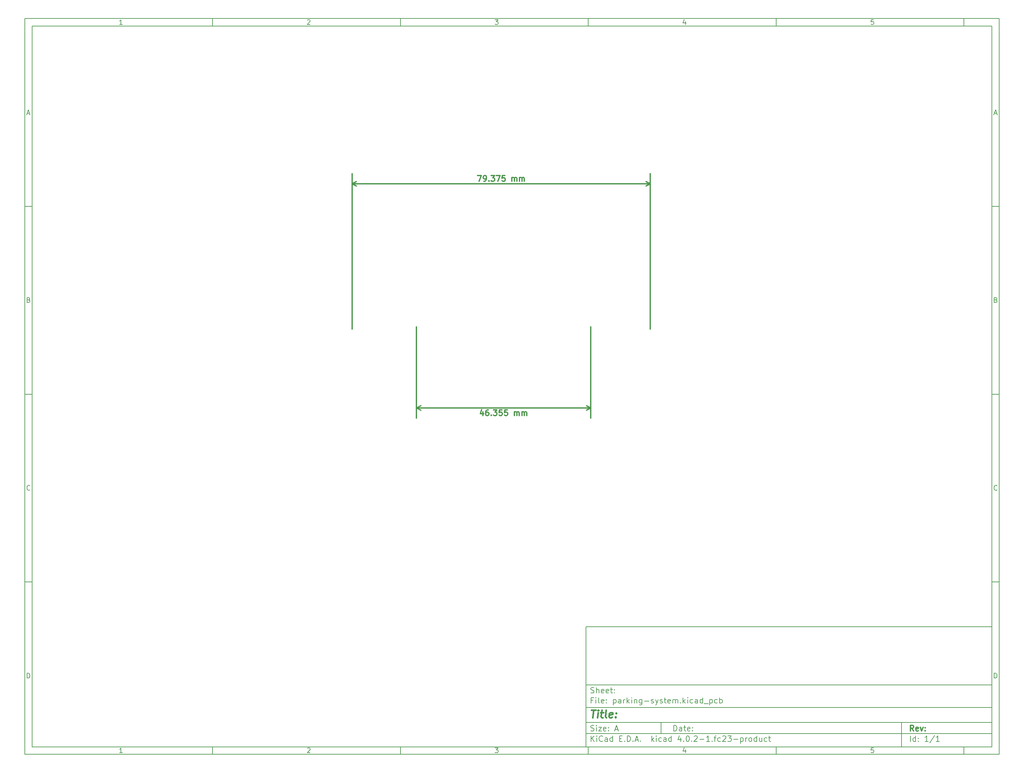
<source format=gbr>
G04 #@! TF.FileFunction,Other,Comment*
%FSLAX46Y46*%
G04 Gerber Fmt 4.6, Leading zero omitted, Abs format (unit mm)*
G04 Created by KiCad (PCBNEW 4.0.2-1.fc23-product) date Tue 29 Mar 2016 15:32:59 SAST*
%MOMM*%
G01*
G04 APERTURE LIST*
%ADD10C,0.100000*%
%ADD11C,0.150000*%
%ADD12C,0.300000*%
%ADD13C,0.400000*%
G04 APERTURE END LIST*
D10*
D11*
X159400000Y-171900000D02*
X159400000Y-203900000D01*
X267400000Y-203900000D01*
X267400000Y-171900000D01*
X159400000Y-171900000D01*
D10*
D11*
X10000000Y-10000000D02*
X10000000Y-205900000D01*
X269400000Y-205900000D01*
X269400000Y-10000000D01*
X10000000Y-10000000D01*
D10*
D11*
X12000000Y-12000000D02*
X12000000Y-203900000D01*
X267400000Y-203900000D01*
X267400000Y-12000000D01*
X12000000Y-12000000D01*
D10*
D11*
X60000000Y-12000000D02*
X60000000Y-10000000D01*
D10*
D11*
X110000000Y-12000000D02*
X110000000Y-10000000D01*
D10*
D11*
X160000000Y-12000000D02*
X160000000Y-10000000D01*
D10*
D11*
X210000000Y-12000000D02*
X210000000Y-10000000D01*
D10*
D11*
X260000000Y-12000000D02*
X260000000Y-10000000D01*
D10*
D11*
X35990476Y-11588095D02*
X35247619Y-11588095D01*
X35619048Y-11588095D02*
X35619048Y-10288095D01*
X35495238Y-10473810D01*
X35371429Y-10597619D01*
X35247619Y-10659524D01*
D10*
D11*
X85247619Y-10411905D02*
X85309524Y-10350000D01*
X85433333Y-10288095D01*
X85742857Y-10288095D01*
X85866667Y-10350000D01*
X85928571Y-10411905D01*
X85990476Y-10535714D01*
X85990476Y-10659524D01*
X85928571Y-10845238D01*
X85185714Y-11588095D01*
X85990476Y-11588095D01*
D10*
D11*
X135185714Y-10288095D02*
X135990476Y-10288095D01*
X135557143Y-10783333D01*
X135742857Y-10783333D01*
X135866667Y-10845238D01*
X135928571Y-10907143D01*
X135990476Y-11030952D01*
X135990476Y-11340476D01*
X135928571Y-11464286D01*
X135866667Y-11526190D01*
X135742857Y-11588095D01*
X135371429Y-11588095D01*
X135247619Y-11526190D01*
X135185714Y-11464286D01*
D10*
D11*
X185866667Y-10721429D02*
X185866667Y-11588095D01*
X185557143Y-10226190D02*
X185247619Y-11154762D01*
X186052381Y-11154762D01*
D10*
D11*
X235928571Y-10288095D02*
X235309524Y-10288095D01*
X235247619Y-10907143D01*
X235309524Y-10845238D01*
X235433333Y-10783333D01*
X235742857Y-10783333D01*
X235866667Y-10845238D01*
X235928571Y-10907143D01*
X235990476Y-11030952D01*
X235990476Y-11340476D01*
X235928571Y-11464286D01*
X235866667Y-11526190D01*
X235742857Y-11588095D01*
X235433333Y-11588095D01*
X235309524Y-11526190D01*
X235247619Y-11464286D01*
D10*
D11*
X60000000Y-203900000D02*
X60000000Y-205900000D01*
D10*
D11*
X110000000Y-203900000D02*
X110000000Y-205900000D01*
D10*
D11*
X160000000Y-203900000D02*
X160000000Y-205900000D01*
D10*
D11*
X210000000Y-203900000D02*
X210000000Y-205900000D01*
D10*
D11*
X260000000Y-203900000D02*
X260000000Y-205900000D01*
D10*
D11*
X35990476Y-205488095D02*
X35247619Y-205488095D01*
X35619048Y-205488095D02*
X35619048Y-204188095D01*
X35495238Y-204373810D01*
X35371429Y-204497619D01*
X35247619Y-204559524D01*
D10*
D11*
X85247619Y-204311905D02*
X85309524Y-204250000D01*
X85433333Y-204188095D01*
X85742857Y-204188095D01*
X85866667Y-204250000D01*
X85928571Y-204311905D01*
X85990476Y-204435714D01*
X85990476Y-204559524D01*
X85928571Y-204745238D01*
X85185714Y-205488095D01*
X85990476Y-205488095D01*
D10*
D11*
X135185714Y-204188095D02*
X135990476Y-204188095D01*
X135557143Y-204683333D01*
X135742857Y-204683333D01*
X135866667Y-204745238D01*
X135928571Y-204807143D01*
X135990476Y-204930952D01*
X135990476Y-205240476D01*
X135928571Y-205364286D01*
X135866667Y-205426190D01*
X135742857Y-205488095D01*
X135371429Y-205488095D01*
X135247619Y-205426190D01*
X135185714Y-205364286D01*
D10*
D11*
X185866667Y-204621429D02*
X185866667Y-205488095D01*
X185557143Y-204126190D02*
X185247619Y-205054762D01*
X186052381Y-205054762D01*
D10*
D11*
X235928571Y-204188095D02*
X235309524Y-204188095D01*
X235247619Y-204807143D01*
X235309524Y-204745238D01*
X235433333Y-204683333D01*
X235742857Y-204683333D01*
X235866667Y-204745238D01*
X235928571Y-204807143D01*
X235990476Y-204930952D01*
X235990476Y-205240476D01*
X235928571Y-205364286D01*
X235866667Y-205426190D01*
X235742857Y-205488095D01*
X235433333Y-205488095D01*
X235309524Y-205426190D01*
X235247619Y-205364286D01*
D10*
D11*
X10000000Y-60000000D02*
X12000000Y-60000000D01*
D10*
D11*
X10000000Y-110000000D02*
X12000000Y-110000000D01*
D10*
D11*
X10000000Y-160000000D02*
X12000000Y-160000000D01*
D10*
D11*
X10690476Y-35216667D02*
X11309524Y-35216667D01*
X10566667Y-35588095D02*
X11000000Y-34288095D01*
X11433333Y-35588095D01*
D10*
D11*
X11092857Y-84907143D02*
X11278571Y-84969048D01*
X11340476Y-85030952D01*
X11402381Y-85154762D01*
X11402381Y-85340476D01*
X11340476Y-85464286D01*
X11278571Y-85526190D01*
X11154762Y-85588095D01*
X10659524Y-85588095D01*
X10659524Y-84288095D01*
X11092857Y-84288095D01*
X11216667Y-84350000D01*
X11278571Y-84411905D01*
X11340476Y-84535714D01*
X11340476Y-84659524D01*
X11278571Y-84783333D01*
X11216667Y-84845238D01*
X11092857Y-84907143D01*
X10659524Y-84907143D01*
D10*
D11*
X11402381Y-135464286D02*
X11340476Y-135526190D01*
X11154762Y-135588095D01*
X11030952Y-135588095D01*
X10845238Y-135526190D01*
X10721429Y-135402381D01*
X10659524Y-135278571D01*
X10597619Y-135030952D01*
X10597619Y-134845238D01*
X10659524Y-134597619D01*
X10721429Y-134473810D01*
X10845238Y-134350000D01*
X11030952Y-134288095D01*
X11154762Y-134288095D01*
X11340476Y-134350000D01*
X11402381Y-134411905D01*
D10*
D11*
X10659524Y-185588095D02*
X10659524Y-184288095D01*
X10969048Y-184288095D01*
X11154762Y-184350000D01*
X11278571Y-184473810D01*
X11340476Y-184597619D01*
X11402381Y-184845238D01*
X11402381Y-185030952D01*
X11340476Y-185278571D01*
X11278571Y-185402381D01*
X11154762Y-185526190D01*
X10969048Y-185588095D01*
X10659524Y-185588095D01*
D10*
D11*
X269400000Y-60000000D02*
X267400000Y-60000000D01*
D10*
D11*
X269400000Y-110000000D02*
X267400000Y-110000000D01*
D10*
D11*
X269400000Y-160000000D02*
X267400000Y-160000000D01*
D10*
D11*
X268090476Y-35216667D02*
X268709524Y-35216667D01*
X267966667Y-35588095D02*
X268400000Y-34288095D01*
X268833333Y-35588095D01*
D10*
D11*
X268492857Y-84907143D02*
X268678571Y-84969048D01*
X268740476Y-85030952D01*
X268802381Y-85154762D01*
X268802381Y-85340476D01*
X268740476Y-85464286D01*
X268678571Y-85526190D01*
X268554762Y-85588095D01*
X268059524Y-85588095D01*
X268059524Y-84288095D01*
X268492857Y-84288095D01*
X268616667Y-84350000D01*
X268678571Y-84411905D01*
X268740476Y-84535714D01*
X268740476Y-84659524D01*
X268678571Y-84783333D01*
X268616667Y-84845238D01*
X268492857Y-84907143D01*
X268059524Y-84907143D01*
D10*
D11*
X268802381Y-135464286D02*
X268740476Y-135526190D01*
X268554762Y-135588095D01*
X268430952Y-135588095D01*
X268245238Y-135526190D01*
X268121429Y-135402381D01*
X268059524Y-135278571D01*
X267997619Y-135030952D01*
X267997619Y-134845238D01*
X268059524Y-134597619D01*
X268121429Y-134473810D01*
X268245238Y-134350000D01*
X268430952Y-134288095D01*
X268554762Y-134288095D01*
X268740476Y-134350000D01*
X268802381Y-134411905D01*
D10*
D11*
X268059524Y-185588095D02*
X268059524Y-184288095D01*
X268369048Y-184288095D01*
X268554762Y-184350000D01*
X268678571Y-184473810D01*
X268740476Y-184597619D01*
X268802381Y-184845238D01*
X268802381Y-185030952D01*
X268740476Y-185278571D01*
X268678571Y-185402381D01*
X268554762Y-185526190D01*
X268369048Y-185588095D01*
X268059524Y-185588095D01*
D10*
D11*
X182757143Y-199678571D02*
X182757143Y-198178571D01*
X183114286Y-198178571D01*
X183328571Y-198250000D01*
X183471429Y-198392857D01*
X183542857Y-198535714D01*
X183614286Y-198821429D01*
X183614286Y-199035714D01*
X183542857Y-199321429D01*
X183471429Y-199464286D01*
X183328571Y-199607143D01*
X183114286Y-199678571D01*
X182757143Y-199678571D01*
X184900000Y-199678571D02*
X184900000Y-198892857D01*
X184828571Y-198750000D01*
X184685714Y-198678571D01*
X184400000Y-198678571D01*
X184257143Y-198750000D01*
X184900000Y-199607143D02*
X184757143Y-199678571D01*
X184400000Y-199678571D01*
X184257143Y-199607143D01*
X184185714Y-199464286D01*
X184185714Y-199321429D01*
X184257143Y-199178571D01*
X184400000Y-199107143D01*
X184757143Y-199107143D01*
X184900000Y-199035714D01*
X185400000Y-198678571D02*
X185971429Y-198678571D01*
X185614286Y-198178571D02*
X185614286Y-199464286D01*
X185685714Y-199607143D01*
X185828572Y-199678571D01*
X185971429Y-199678571D01*
X187042857Y-199607143D02*
X186900000Y-199678571D01*
X186614286Y-199678571D01*
X186471429Y-199607143D01*
X186400000Y-199464286D01*
X186400000Y-198892857D01*
X186471429Y-198750000D01*
X186614286Y-198678571D01*
X186900000Y-198678571D01*
X187042857Y-198750000D01*
X187114286Y-198892857D01*
X187114286Y-199035714D01*
X186400000Y-199178571D01*
X187757143Y-199535714D02*
X187828571Y-199607143D01*
X187757143Y-199678571D01*
X187685714Y-199607143D01*
X187757143Y-199535714D01*
X187757143Y-199678571D01*
X187757143Y-198750000D02*
X187828571Y-198821429D01*
X187757143Y-198892857D01*
X187685714Y-198821429D01*
X187757143Y-198750000D01*
X187757143Y-198892857D01*
D10*
D11*
X159400000Y-200400000D02*
X267400000Y-200400000D01*
D10*
D11*
X160757143Y-202478571D02*
X160757143Y-200978571D01*
X161614286Y-202478571D02*
X160971429Y-201621429D01*
X161614286Y-200978571D02*
X160757143Y-201835714D01*
X162257143Y-202478571D02*
X162257143Y-201478571D01*
X162257143Y-200978571D02*
X162185714Y-201050000D01*
X162257143Y-201121429D01*
X162328571Y-201050000D01*
X162257143Y-200978571D01*
X162257143Y-201121429D01*
X163828572Y-202335714D02*
X163757143Y-202407143D01*
X163542857Y-202478571D01*
X163400000Y-202478571D01*
X163185715Y-202407143D01*
X163042857Y-202264286D01*
X162971429Y-202121429D01*
X162900000Y-201835714D01*
X162900000Y-201621429D01*
X162971429Y-201335714D01*
X163042857Y-201192857D01*
X163185715Y-201050000D01*
X163400000Y-200978571D01*
X163542857Y-200978571D01*
X163757143Y-201050000D01*
X163828572Y-201121429D01*
X165114286Y-202478571D02*
X165114286Y-201692857D01*
X165042857Y-201550000D01*
X164900000Y-201478571D01*
X164614286Y-201478571D01*
X164471429Y-201550000D01*
X165114286Y-202407143D02*
X164971429Y-202478571D01*
X164614286Y-202478571D01*
X164471429Y-202407143D01*
X164400000Y-202264286D01*
X164400000Y-202121429D01*
X164471429Y-201978571D01*
X164614286Y-201907143D01*
X164971429Y-201907143D01*
X165114286Y-201835714D01*
X166471429Y-202478571D02*
X166471429Y-200978571D01*
X166471429Y-202407143D02*
X166328572Y-202478571D01*
X166042858Y-202478571D01*
X165900000Y-202407143D01*
X165828572Y-202335714D01*
X165757143Y-202192857D01*
X165757143Y-201764286D01*
X165828572Y-201621429D01*
X165900000Y-201550000D01*
X166042858Y-201478571D01*
X166328572Y-201478571D01*
X166471429Y-201550000D01*
X168328572Y-201692857D02*
X168828572Y-201692857D01*
X169042858Y-202478571D02*
X168328572Y-202478571D01*
X168328572Y-200978571D01*
X169042858Y-200978571D01*
X169685715Y-202335714D02*
X169757143Y-202407143D01*
X169685715Y-202478571D01*
X169614286Y-202407143D01*
X169685715Y-202335714D01*
X169685715Y-202478571D01*
X170400001Y-202478571D02*
X170400001Y-200978571D01*
X170757144Y-200978571D01*
X170971429Y-201050000D01*
X171114287Y-201192857D01*
X171185715Y-201335714D01*
X171257144Y-201621429D01*
X171257144Y-201835714D01*
X171185715Y-202121429D01*
X171114287Y-202264286D01*
X170971429Y-202407143D01*
X170757144Y-202478571D01*
X170400001Y-202478571D01*
X171900001Y-202335714D02*
X171971429Y-202407143D01*
X171900001Y-202478571D01*
X171828572Y-202407143D01*
X171900001Y-202335714D01*
X171900001Y-202478571D01*
X172542858Y-202050000D02*
X173257144Y-202050000D01*
X172400001Y-202478571D02*
X172900001Y-200978571D01*
X173400001Y-202478571D01*
X173900001Y-202335714D02*
X173971429Y-202407143D01*
X173900001Y-202478571D01*
X173828572Y-202407143D01*
X173900001Y-202335714D01*
X173900001Y-202478571D01*
X176900001Y-202478571D02*
X176900001Y-200978571D01*
X177042858Y-201907143D02*
X177471429Y-202478571D01*
X177471429Y-201478571D02*
X176900001Y-202050000D01*
X178114287Y-202478571D02*
X178114287Y-201478571D01*
X178114287Y-200978571D02*
X178042858Y-201050000D01*
X178114287Y-201121429D01*
X178185715Y-201050000D01*
X178114287Y-200978571D01*
X178114287Y-201121429D01*
X179471430Y-202407143D02*
X179328573Y-202478571D01*
X179042859Y-202478571D01*
X178900001Y-202407143D01*
X178828573Y-202335714D01*
X178757144Y-202192857D01*
X178757144Y-201764286D01*
X178828573Y-201621429D01*
X178900001Y-201550000D01*
X179042859Y-201478571D01*
X179328573Y-201478571D01*
X179471430Y-201550000D01*
X180757144Y-202478571D02*
X180757144Y-201692857D01*
X180685715Y-201550000D01*
X180542858Y-201478571D01*
X180257144Y-201478571D01*
X180114287Y-201550000D01*
X180757144Y-202407143D02*
X180614287Y-202478571D01*
X180257144Y-202478571D01*
X180114287Y-202407143D01*
X180042858Y-202264286D01*
X180042858Y-202121429D01*
X180114287Y-201978571D01*
X180257144Y-201907143D01*
X180614287Y-201907143D01*
X180757144Y-201835714D01*
X182114287Y-202478571D02*
X182114287Y-200978571D01*
X182114287Y-202407143D02*
X181971430Y-202478571D01*
X181685716Y-202478571D01*
X181542858Y-202407143D01*
X181471430Y-202335714D01*
X181400001Y-202192857D01*
X181400001Y-201764286D01*
X181471430Y-201621429D01*
X181542858Y-201550000D01*
X181685716Y-201478571D01*
X181971430Y-201478571D01*
X182114287Y-201550000D01*
X184614287Y-201478571D02*
X184614287Y-202478571D01*
X184257144Y-200907143D02*
X183900001Y-201978571D01*
X184828573Y-201978571D01*
X185400001Y-202335714D02*
X185471429Y-202407143D01*
X185400001Y-202478571D01*
X185328572Y-202407143D01*
X185400001Y-202335714D01*
X185400001Y-202478571D01*
X186400001Y-200978571D02*
X186542858Y-200978571D01*
X186685715Y-201050000D01*
X186757144Y-201121429D01*
X186828573Y-201264286D01*
X186900001Y-201550000D01*
X186900001Y-201907143D01*
X186828573Y-202192857D01*
X186757144Y-202335714D01*
X186685715Y-202407143D01*
X186542858Y-202478571D01*
X186400001Y-202478571D01*
X186257144Y-202407143D01*
X186185715Y-202335714D01*
X186114287Y-202192857D01*
X186042858Y-201907143D01*
X186042858Y-201550000D01*
X186114287Y-201264286D01*
X186185715Y-201121429D01*
X186257144Y-201050000D01*
X186400001Y-200978571D01*
X187542858Y-202335714D02*
X187614286Y-202407143D01*
X187542858Y-202478571D01*
X187471429Y-202407143D01*
X187542858Y-202335714D01*
X187542858Y-202478571D01*
X188185715Y-201121429D02*
X188257144Y-201050000D01*
X188400001Y-200978571D01*
X188757144Y-200978571D01*
X188900001Y-201050000D01*
X188971430Y-201121429D01*
X189042858Y-201264286D01*
X189042858Y-201407143D01*
X188971430Y-201621429D01*
X188114287Y-202478571D01*
X189042858Y-202478571D01*
X189685715Y-201907143D02*
X190828572Y-201907143D01*
X192328572Y-202478571D02*
X191471429Y-202478571D01*
X191900001Y-202478571D02*
X191900001Y-200978571D01*
X191757144Y-201192857D01*
X191614286Y-201335714D01*
X191471429Y-201407143D01*
X192971429Y-202335714D02*
X193042857Y-202407143D01*
X192971429Y-202478571D01*
X192900000Y-202407143D01*
X192971429Y-202335714D01*
X192971429Y-202478571D01*
X193471429Y-201478571D02*
X194042858Y-201478571D01*
X193685715Y-202478571D02*
X193685715Y-201192857D01*
X193757143Y-201050000D01*
X193900001Y-200978571D01*
X194042858Y-200978571D01*
X195185715Y-202407143D02*
X195042858Y-202478571D01*
X194757144Y-202478571D01*
X194614286Y-202407143D01*
X194542858Y-202335714D01*
X194471429Y-202192857D01*
X194471429Y-201764286D01*
X194542858Y-201621429D01*
X194614286Y-201550000D01*
X194757144Y-201478571D01*
X195042858Y-201478571D01*
X195185715Y-201550000D01*
X195757143Y-201121429D02*
X195828572Y-201050000D01*
X195971429Y-200978571D01*
X196328572Y-200978571D01*
X196471429Y-201050000D01*
X196542858Y-201121429D01*
X196614286Y-201264286D01*
X196614286Y-201407143D01*
X196542858Y-201621429D01*
X195685715Y-202478571D01*
X196614286Y-202478571D01*
X197114286Y-200978571D02*
X198042857Y-200978571D01*
X197542857Y-201550000D01*
X197757143Y-201550000D01*
X197900000Y-201621429D01*
X197971429Y-201692857D01*
X198042857Y-201835714D01*
X198042857Y-202192857D01*
X197971429Y-202335714D01*
X197900000Y-202407143D01*
X197757143Y-202478571D01*
X197328571Y-202478571D01*
X197185714Y-202407143D01*
X197114286Y-202335714D01*
X198685714Y-201907143D02*
X199828571Y-201907143D01*
X200542857Y-201478571D02*
X200542857Y-202978571D01*
X200542857Y-201550000D02*
X200685714Y-201478571D01*
X200971428Y-201478571D01*
X201114285Y-201550000D01*
X201185714Y-201621429D01*
X201257143Y-201764286D01*
X201257143Y-202192857D01*
X201185714Y-202335714D01*
X201114285Y-202407143D01*
X200971428Y-202478571D01*
X200685714Y-202478571D01*
X200542857Y-202407143D01*
X201900000Y-202478571D02*
X201900000Y-201478571D01*
X201900000Y-201764286D02*
X201971428Y-201621429D01*
X202042857Y-201550000D01*
X202185714Y-201478571D01*
X202328571Y-201478571D01*
X203042857Y-202478571D02*
X202899999Y-202407143D01*
X202828571Y-202335714D01*
X202757142Y-202192857D01*
X202757142Y-201764286D01*
X202828571Y-201621429D01*
X202899999Y-201550000D01*
X203042857Y-201478571D01*
X203257142Y-201478571D01*
X203399999Y-201550000D01*
X203471428Y-201621429D01*
X203542857Y-201764286D01*
X203542857Y-202192857D01*
X203471428Y-202335714D01*
X203399999Y-202407143D01*
X203257142Y-202478571D01*
X203042857Y-202478571D01*
X204828571Y-202478571D02*
X204828571Y-200978571D01*
X204828571Y-202407143D02*
X204685714Y-202478571D01*
X204400000Y-202478571D01*
X204257142Y-202407143D01*
X204185714Y-202335714D01*
X204114285Y-202192857D01*
X204114285Y-201764286D01*
X204185714Y-201621429D01*
X204257142Y-201550000D01*
X204400000Y-201478571D01*
X204685714Y-201478571D01*
X204828571Y-201550000D01*
X206185714Y-201478571D02*
X206185714Y-202478571D01*
X205542857Y-201478571D02*
X205542857Y-202264286D01*
X205614285Y-202407143D01*
X205757143Y-202478571D01*
X205971428Y-202478571D01*
X206114285Y-202407143D01*
X206185714Y-202335714D01*
X207542857Y-202407143D02*
X207400000Y-202478571D01*
X207114286Y-202478571D01*
X206971428Y-202407143D01*
X206900000Y-202335714D01*
X206828571Y-202192857D01*
X206828571Y-201764286D01*
X206900000Y-201621429D01*
X206971428Y-201550000D01*
X207114286Y-201478571D01*
X207400000Y-201478571D01*
X207542857Y-201550000D01*
X207971428Y-201478571D02*
X208542857Y-201478571D01*
X208185714Y-200978571D02*
X208185714Y-202264286D01*
X208257142Y-202407143D01*
X208400000Y-202478571D01*
X208542857Y-202478571D01*
D10*
D11*
X159400000Y-197400000D02*
X267400000Y-197400000D01*
D10*
D12*
X246614286Y-199678571D02*
X246114286Y-198964286D01*
X245757143Y-199678571D02*
X245757143Y-198178571D01*
X246328571Y-198178571D01*
X246471429Y-198250000D01*
X246542857Y-198321429D01*
X246614286Y-198464286D01*
X246614286Y-198678571D01*
X246542857Y-198821429D01*
X246471429Y-198892857D01*
X246328571Y-198964286D01*
X245757143Y-198964286D01*
X247828571Y-199607143D02*
X247685714Y-199678571D01*
X247400000Y-199678571D01*
X247257143Y-199607143D01*
X247185714Y-199464286D01*
X247185714Y-198892857D01*
X247257143Y-198750000D01*
X247400000Y-198678571D01*
X247685714Y-198678571D01*
X247828571Y-198750000D01*
X247900000Y-198892857D01*
X247900000Y-199035714D01*
X247185714Y-199178571D01*
X248400000Y-198678571D02*
X248757143Y-199678571D01*
X249114285Y-198678571D01*
X249685714Y-199535714D02*
X249757142Y-199607143D01*
X249685714Y-199678571D01*
X249614285Y-199607143D01*
X249685714Y-199535714D01*
X249685714Y-199678571D01*
X249685714Y-198750000D02*
X249757142Y-198821429D01*
X249685714Y-198892857D01*
X249614285Y-198821429D01*
X249685714Y-198750000D01*
X249685714Y-198892857D01*
D10*
D11*
X160685714Y-199607143D02*
X160900000Y-199678571D01*
X161257143Y-199678571D01*
X161400000Y-199607143D01*
X161471429Y-199535714D01*
X161542857Y-199392857D01*
X161542857Y-199250000D01*
X161471429Y-199107143D01*
X161400000Y-199035714D01*
X161257143Y-198964286D01*
X160971429Y-198892857D01*
X160828571Y-198821429D01*
X160757143Y-198750000D01*
X160685714Y-198607143D01*
X160685714Y-198464286D01*
X160757143Y-198321429D01*
X160828571Y-198250000D01*
X160971429Y-198178571D01*
X161328571Y-198178571D01*
X161542857Y-198250000D01*
X162185714Y-199678571D02*
X162185714Y-198678571D01*
X162185714Y-198178571D02*
X162114285Y-198250000D01*
X162185714Y-198321429D01*
X162257142Y-198250000D01*
X162185714Y-198178571D01*
X162185714Y-198321429D01*
X162757143Y-198678571D02*
X163542857Y-198678571D01*
X162757143Y-199678571D01*
X163542857Y-199678571D01*
X164685714Y-199607143D02*
X164542857Y-199678571D01*
X164257143Y-199678571D01*
X164114286Y-199607143D01*
X164042857Y-199464286D01*
X164042857Y-198892857D01*
X164114286Y-198750000D01*
X164257143Y-198678571D01*
X164542857Y-198678571D01*
X164685714Y-198750000D01*
X164757143Y-198892857D01*
X164757143Y-199035714D01*
X164042857Y-199178571D01*
X165400000Y-199535714D02*
X165471428Y-199607143D01*
X165400000Y-199678571D01*
X165328571Y-199607143D01*
X165400000Y-199535714D01*
X165400000Y-199678571D01*
X165400000Y-198750000D02*
X165471428Y-198821429D01*
X165400000Y-198892857D01*
X165328571Y-198821429D01*
X165400000Y-198750000D01*
X165400000Y-198892857D01*
X167185714Y-199250000D02*
X167900000Y-199250000D01*
X167042857Y-199678571D02*
X167542857Y-198178571D01*
X168042857Y-199678571D01*
D10*
D11*
X245757143Y-202478571D02*
X245757143Y-200978571D01*
X247114286Y-202478571D02*
X247114286Y-200978571D01*
X247114286Y-202407143D02*
X246971429Y-202478571D01*
X246685715Y-202478571D01*
X246542857Y-202407143D01*
X246471429Y-202335714D01*
X246400000Y-202192857D01*
X246400000Y-201764286D01*
X246471429Y-201621429D01*
X246542857Y-201550000D01*
X246685715Y-201478571D01*
X246971429Y-201478571D01*
X247114286Y-201550000D01*
X247828572Y-202335714D02*
X247900000Y-202407143D01*
X247828572Y-202478571D01*
X247757143Y-202407143D01*
X247828572Y-202335714D01*
X247828572Y-202478571D01*
X247828572Y-201550000D02*
X247900000Y-201621429D01*
X247828572Y-201692857D01*
X247757143Y-201621429D01*
X247828572Y-201550000D01*
X247828572Y-201692857D01*
X250471429Y-202478571D02*
X249614286Y-202478571D01*
X250042858Y-202478571D02*
X250042858Y-200978571D01*
X249900001Y-201192857D01*
X249757143Y-201335714D01*
X249614286Y-201407143D01*
X252185714Y-200907143D02*
X250900000Y-202835714D01*
X253471429Y-202478571D02*
X252614286Y-202478571D01*
X253042858Y-202478571D02*
X253042858Y-200978571D01*
X252900001Y-201192857D01*
X252757143Y-201335714D01*
X252614286Y-201407143D01*
D10*
D11*
X159400000Y-193400000D02*
X267400000Y-193400000D01*
D10*
D13*
X160852381Y-194104762D02*
X161995238Y-194104762D01*
X161173810Y-196104762D02*
X161423810Y-194104762D01*
X162411905Y-196104762D02*
X162578571Y-194771429D01*
X162661905Y-194104762D02*
X162554762Y-194200000D01*
X162638095Y-194295238D01*
X162745239Y-194200000D01*
X162661905Y-194104762D01*
X162638095Y-194295238D01*
X163245238Y-194771429D02*
X164007143Y-194771429D01*
X163614286Y-194104762D02*
X163400000Y-195819048D01*
X163471430Y-196009524D01*
X163650001Y-196104762D01*
X163840477Y-196104762D01*
X164792858Y-196104762D02*
X164614287Y-196009524D01*
X164542857Y-195819048D01*
X164757143Y-194104762D01*
X166328572Y-196009524D02*
X166126191Y-196104762D01*
X165745239Y-196104762D01*
X165566667Y-196009524D01*
X165495238Y-195819048D01*
X165590476Y-195057143D01*
X165709524Y-194866667D01*
X165911905Y-194771429D01*
X166292857Y-194771429D01*
X166471429Y-194866667D01*
X166542857Y-195057143D01*
X166519048Y-195247619D01*
X165542857Y-195438095D01*
X167292857Y-195914286D02*
X167376192Y-196009524D01*
X167269048Y-196104762D01*
X167185715Y-196009524D01*
X167292857Y-195914286D01*
X167269048Y-196104762D01*
X167423810Y-194866667D02*
X167507144Y-194961905D01*
X167400000Y-195057143D01*
X167316667Y-194961905D01*
X167423810Y-194866667D01*
X167400000Y-195057143D01*
D10*
D11*
X161257143Y-191492857D02*
X160757143Y-191492857D01*
X160757143Y-192278571D02*
X160757143Y-190778571D01*
X161471429Y-190778571D01*
X162042857Y-192278571D02*
X162042857Y-191278571D01*
X162042857Y-190778571D02*
X161971428Y-190850000D01*
X162042857Y-190921429D01*
X162114285Y-190850000D01*
X162042857Y-190778571D01*
X162042857Y-190921429D01*
X162971429Y-192278571D02*
X162828571Y-192207143D01*
X162757143Y-192064286D01*
X162757143Y-190778571D01*
X164114285Y-192207143D02*
X163971428Y-192278571D01*
X163685714Y-192278571D01*
X163542857Y-192207143D01*
X163471428Y-192064286D01*
X163471428Y-191492857D01*
X163542857Y-191350000D01*
X163685714Y-191278571D01*
X163971428Y-191278571D01*
X164114285Y-191350000D01*
X164185714Y-191492857D01*
X164185714Y-191635714D01*
X163471428Y-191778571D01*
X164828571Y-192135714D02*
X164899999Y-192207143D01*
X164828571Y-192278571D01*
X164757142Y-192207143D01*
X164828571Y-192135714D01*
X164828571Y-192278571D01*
X164828571Y-191350000D02*
X164899999Y-191421429D01*
X164828571Y-191492857D01*
X164757142Y-191421429D01*
X164828571Y-191350000D01*
X164828571Y-191492857D01*
X166685714Y-191278571D02*
X166685714Y-192778571D01*
X166685714Y-191350000D02*
X166828571Y-191278571D01*
X167114285Y-191278571D01*
X167257142Y-191350000D01*
X167328571Y-191421429D01*
X167400000Y-191564286D01*
X167400000Y-191992857D01*
X167328571Y-192135714D01*
X167257142Y-192207143D01*
X167114285Y-192278571D01*
X166828571Y-192278571D01*
X166685714Y-192207143D01*
X168685714Y-192278571D02*
X168685714Y-191492857D01*
X168614285Y-191350000D01*
X168471428Y-191278571D01*
X168185714Y-191278571D01*
X168042857Y-191350000D01*
X168685714Y-192207143D02*
X168542857Y-192278571D01*
X168185714Y-192278571D01*
X168042857Y-192207143D01*
X167971428Y-192064286D01*
X167971428Y-191921429D01*
X168042857Y-191778571D01*
X168185714Y-191707143D01*
X168542857Y-191707143D01*
X168685714Y-191635714D01*
X169400000Y-192278571D02*
X169400000Y-191278571D01*
X169400000Y-191564286D02*
X169471428Y-191421429D01*
X169542857Y-191350000D01*
X169685714Y-191278571D01*
X169828571Y-191278571D01*
X170328571Y-192278571D02*
X170328571Y-190778571D01*
X170471428Y-191707143D02*
X170899999Y-192278571D01*
X170899999Y-191278571D02*
X170328571Y-191850000D01*
X171542857Y-192278571D02*
X171542857Y-191278571D01*
X171542857Y-190778571D02*
X171471428Y-190850000D01*
X171542857Y-190921429D01*
X171614285Y-190850000D01*
X171542857Y-190778571D01*
X171542857Y-190921429D01*
X172257143Y-191278571D02*
X172257143Y-192278571D01*
X172257143Y-191421429D02*
X172328571Y-191350000D01*
X172471429Y-191278571D01*
X172685714Y-191278571D01*
X172828571Y-191350000D01*
X172900000Y-191492857D01*
X172900000Y-192278571D01*
X174257143Y-191278571D02*
X174257143Y-192492857D01*
X174185714Y-192635714D01*
X174114286Y-192707143D01*
X173971429Y-192778571D01*
X173757143Y-192778571D01*
X173614286Y-192707143D01*
X174257143Y-192207143D02*
X174114286Y-192278571D01*
X173828572Y-192278571D01*
X173685714Y-192207143D01*
X173614286Y-192135714D01*
X173542857Y-191992857D01*
X173542857Y-191564286D01*
X173614286Y-191421429D01*
X173685714Y-191350000D01*
X173828572Y-191278571D01*
X174114286Y-191278571D01*
X174257143Y-191350000D01*
X174971429Y-191707143D02*
X176114286Y-191707143D01*
X176757143Y-192207143D02*
X176900000Y-192278571D01*
X177185715Y-192278571D01*
X177328572Y-192207143D01*
X177400000Y-192064286D01*
X177400000Y-191992857D01*
X177328572Y-191850000D01*
X177185715Y-191778571D01*
X176971429Y-191778571D01*
X176828572Y-191707143D01*
X176757143Y-191564286D01*
X176757143Y-191492857D01*
X176828572Y-191350000D01*
X176971429Y-191278571D01*
X177185715Y-191278571D01*
X177328572Y-191350000D01*
X177900001Y-191278571D02*
X178257144Y-192278571D01*
X178614286Y-191278571D02*
X178257144Y-192278571D01*
X178114286Y-192635714D01*
X178042858Y-192707143D01*
X177900001Y-192778571D01*
X179114286Y-192207143D02*
X179257143Y-192278571D01*
X179542858Y-192278571D01*
X179685715Y-192207143D01*
X179757143Y-192064286D01*
X179757143Y-191992857D01*
X179685715Y-191850000D01*
X179542858Y-191778571D01*
X179328572Y-191778571D01*
X179185715Y-191707143D01*
X179114286Y-191564286D01*
X179114286Y-191492857D01*
X179185715Y-191350000D01*
X179328572Y-191278571D01*
X179542858Y-191278571D01*
X179685715Y-191350000D01*
X180185715Y-191278571D02*
X180757144Y-191278571D01*
X180400001Y-190778571D02*
X180400001Y-192064286D01*
X180471429Y-192207143D01*
X180614287Y-192278571D01*
X180757144Y-192278571D01*
X181828572Y-192207143D02*
X181685715Y-192278571D01*
X181400001Y-192278571D01*
X181257144Y-192207143D01*
X181185715Y-192064286D01*
X181185715Y-191492857D01*
X181257144Y-191350000D01*
X181400001Y-191278571D01*
X181685715Y-191278571D01*
X181828572Y-191350000D01*
X181900001Y-191492857D01*
X181900001Y-191635714D01*
X181185715Y-191778571D01*
X182542858Y-192278571D02*
X182542858Y-191278571D01*
X182542858Y-191421429D02*
X182614286Y-191350000D01*
X182757144Y-191278571D01*
X182971429Y-191278571D01*
X183114286Y-191350000D01*
X183185715Y-191492857D01*
X183185715Y-192278571D01*
X183185715Y-191492857D02*
X183257144Y-191350000D01*
X183400001Y-191278571D01*
X183614286Y-191278571D01*
X183757144Y-191350000D01*
X183828572Y-191492857D01*
X183828572Y-192278571D01*
X184542858Y-192135714D02*
X184614286Y-192207143D01*
X184542858Y-192278571D01*
X184471429Y-192207143D01*
X184542858Y-192135714D01*
X184542858Y-192278571D01*
X185257144Y-192278571D02*
X185257144Y-190778571D01*
X185400001Y-191707143D02*
X185828572Y-192278571D01*
X185828572Y-191278571D02*
X185257144Y-191850000D01*
X186471430Y-192278571D02*
X186471430Y-191278571D01*
X186471430Y-190778571D02*
X186400001Y-190850000D01*
X186471430Y-190921429D01*
X186542858Y-190850000D01*
X186471430Y-190778571D01*
X186471430Y-190921429D01*
X187828573Y-192207143D02*
X187685716Y-192278571D01*
X187400002Y-192278571D01*
X187257144Y-192207143D01*
X187185716Y-192135714D01*
X187114287Y-191992857D01*
X187114287Y-191564286D01*
X187185716Y-191421429D01*
X187257144Y-191350000D01*
X187400002Y-191278571D01*
X187685716Y-191278571D01*
X187828573Y-191350000D01*
X189114287Y-192278571D02*
X189114287Y-191492857D01*
X189042858Y-191350000D01*
X188900001Y-191278571D01*
X188614287Y-191278571D01*
X188471430Y-191350000D01*
X189114287Y-192207143D02*
X188971430Y-192278571D01*
X188614287Y-192278571D01*
X188471430Y-192207143D01*
X188400001Y-192064286D01*
X188400001Y-191921429D01*
X188471430Y-191778571D01*
X188614287Y-191707143D01*
X188971430Y-191707143D01*
X189114287Y-191635714D01*
X190471430Y-192278571D02*
X190471430Y-190778571D01*
X190471430Y-192207143D02*
X190328573Y-192278571D01*
X190042859Y-192278571D01*
X189900001Y-192207143D01*
X189828573Y-192135714D01*
X189757144Y-191992857D01*
X189757144Y-191564286D01*
X189828573Y-191421429D01*
X189900001Y-191350000D01*
X190042859Y-191278571D01*
X190328573Y-191278571D01*
X190471430Y-191350000D01*
X190828573Y-192421429D02*
X191971430Y-192421429D01*
X192328573Y-191278571D02*
X192328573Y-192778571D01*
X192328573Y-191350000D02*
X192471430Y-191278571D01*
X192757144Y-191278571D01*
X192900001Y-191350000D01*
X192971430Y-191421429D01*
X193042859Y-191564286D01*
X193042859Y-191992857D01*
X192971430Y-192135714D01*
X192900001Y-192207143D01*
X192757144Y-192278571D01*
X192471430Y-192278571D01*
X192328573Y-192207143D01*
X194328573Y-192207143D02*
X194185716Y-192278571D01*
X193900002Y-192278571D01*
X193757144Y-192207143D01*
X193685716Y-192135714D01*
X193614287Y-191992857D01*
X193614287Y-191564286D01*
X193685716Y-191421429D01*
X193757144Y-191350000D01*
X193900002Y-191278571D01*
X194185716Y-191278571D01*
X194328573Y-191350000D01*
X194971430Y-192278571D02*
X194971430Y-190778571D01*
X194971430Y-191350000D02*
X195114287Y-191278571D01*
X195400001Y-191278571D01*
X195542858Y-191350000D01*
X195614287Y-191421429D01*
X195685716Y-191564286D01*
X195685716Y-191992857D01*
X195614287Y-192135714D01*
X195542858Y-192207143D01*
X195400001Y-192278571D01*
X195114287Y-192278571D01*
X194971430Y-192207143D01*
D10*
D11*
X159400000Y-187400000D02*
X267400000Y-187400000D01*
D10*
D11*
X160685714Y-189507143D02*
X160900000Y-189578571D01*
X161257143Y-189578571D01*
X161400000Y-189507143D01*
X161471429Y-189435714D01*
X161542857Y-189292857D01*
X161542857Y-189150000D01*
X161471429Y-189007143D01*
X161400000Y-188935714D01*
X161257143Y-188864286D01*
X160971429Y-188792857D01*
X160828571Y-188721429D01*
X160757143Y-188650000D01*
X160685714Y-188507143D01*
X160685714Y-188364286D01*
X160757143Y-188221429D01*
X160828571Y-188150000D01*
X160971429Y-188078571D01*
X161328571Y-188078571D01*
X161542857Y-188150000D01*
X162185714Y-189578571D02*
X162185714Y-188078571D01*
X162828571Y-189578571D02*
X162828571Y-188792857D01*
X162757142Y-188650000D01*
X162614285Y-188578571D01*
X162400000Y-188578571D01*
X162257142Y-188650000D01*
X162185714Y-188721429D01*
X164114285Y-189507143D02*
X163971428Y-189578571D01*
X163685714Y-189578571D01*
X163542857Y-189507143D01*
X163471428Y-189364286D01*
X163471428Y-188792857D01*
X163542857Y-188650000D01*
X163685714Y-188578571D01*
X163971428Y-188578571D01*
X164114285Y-188650000D01*
X164185714Y-188792857D01*
X164185714Y-188935714D01*
X163471428Y-189078571D01*
X165399999Y-189507143D02*
X165257142Y-189578571D01*
X164971428Y-189578571D01*
X164828571Y-189507143D01*
X164757142Y-189364286D01*
X164757142Y-188792857D01*
X164828571Y-188650000D01*
X164971428Y-188578571D01*
X165257142Y-188578571D01*
X165399999Y-188650000D01*
X165471428Y-188792857D01*
X165471428Y-188935714D01*
X164757142Y-189078571D01*
X165899999Y-188578571D02*
X166471428Y-188578571D01*
X166114285Y-188078571D02*
X166114285Y-189364286D01*
X166185713Y-189507143D01*
X166328571Y-189578571D01*
X166471428Y-189578571D01*
X166971428Y-189435714D02*
X167042856Y-189507143D01*
X166971428Y-189578571D01*
X166899999Y-189507143D01*
X166971428Y-189435714D01*
X166971428Y-189578571D01*
X166971428Y-188650000D02*
X167042856Y-188721429D01*
X166971428Y-188792857D01*
X166899999Y-188721429D01*
X166971428Y-188650000D01*
X166971428Y-188792857D01*
D10*
D11*
X179400000Y-197400000D02*
X179400000Y-200400000D01*
D10*
D11*
X243400000Y-197400000D02*
X243400000Y-203900000D01*
D12*
X131977501Y-114693571D02*
X131977501Y-115693571D01*
X131620358Y-114122143D02*
X131263215Y-115193571D01*
X132191787Y-115193571D01*
X133406072Y-114193571D02*
X133120358Y-114193571D01*
X132977501Y-114265000D01*
X132906072Y-114336429D01*
X132763215Y-114550714D01*
X132691786Y-114836429D01*
X132691786Y-115407857D01*
X132763215Y-115550714D01*
X132834643Y-115622143D01*
X132977501Y-115693571D01*
X133263215Y-115693571D01*
X133406072Y-115622143D01*
X133477501Y-115550714D01*
X133548929Y-115407857D01*
X133548929Y-115050714D01*
X133477501Y-114907857D01*
X133406072Y-114836429D01*
X133263215Y-114765000D01*
X132977501Y-114765000D01*
X132834643Y-114836429D01*
X132763215Y-114907857D01*
X132691786Y-115050714D01*
X134191786Y-115550714D02*
X134263214Y-115622143D01*
X134191786Y-115693571D01*
X134120357Y-115622143D01*
X134191786Y-115550714D01*
X134191786Y-115693571D01*
X134763215Y-114193571D02*
X135691786Y-114193571D01*
X135191786Y-114765000D01*
X135406072Y-114765000D01*
X135548929Y-114836429D01*
X135620358Y-114907857D01*
X135691786Y-115050714D01*
X135691786Y-115407857D01*
X135620358Y-115550714D01*
X135548929Y-115622143D01*
X135406072Y-115693571D01*
X134977500Y-115693571D01*
X134834643Y-115622143D01*
X134763215Y-115550714D01*
X137048929Y-114193571D02*
X136334643Y-114193571D01*
X136263214Y-114907857D01*
X136334643Y-114836429D01*
X136477500Y-114765000D01*
X136834643Y-114765000D01*
X136977500Y-114836429D01*
X137048929Y-114907857D01*
X137120357Y-115050714D01*
X137120357Y-115407857D01*
X137048929Y-115550714D01*
X136977500Y-115622143D01*
X136834643Y-115693571D01*
X136477500Y-115693571D01*
X136334643Y-115622143D01*
X136263214Y-115550714D01*
X138477500Y-114193571D02*
X137763214Y-114193571D01*
X137691785Y-114907857D01*
X137763214Y-114836429D01*
X137906071Y-114765000D01*
X138263214Y-114765000D01*
X138406071Y-114836429D01*
X138477500Y-114907857D01*
X138548928Y-115050714D01*
X138548928Y-115407857D01*
X138477500Y-115550714D01*
X138406071Y-115622143D01*
X138263214Y-115693571D01*
X137906071Y-115693571D01*
X137763214Y-115622143D01*
X137691785Y-115550714D01*
X140334642Y-115693571D02*
X140334642Y-114693571D01*
X140334642Y-114836429D02*
X140406070Y-114765000D01*
X140548928Y-114693571D01*
X140763213Y-114693571D01*
X140906070Y-114765000D01*
X140977499Y-114907857D01*
X140977499Y-115693571D01*
X140977499Y-114907857D02*
X141048928Y-114765000D01*
X141191785Y-114693571D01*
X141406070Y-114693571D01*
X141548928Y-114765000D01*
X141620356Y-114907857D01*
X141620356Y-115693571D01*
X142334642Y-115693571D02*
X142334642Y-114693571D01*
X142334642Y-114836429D02*
X142406070Y-114765000D01*
X142548928Y-114693571D01*
X142763213Y-114693571D01*
X142906070Y-114765000D01*
X142977499Y-114907857D01*
X142977499Y-115693571D01*
X142977499Y-114907857D02*
X143048928Y-114765000D01*
X143191785Y-114693571D01*
X143406070Y-114693571D01*
X143548928Y-114765000D01*
X143620356Y-114907857D01*
X143620356Y-115693571D01*
X114300000Y-113665000D02*
X160655000Y-113665000D01*
X114300000Y-92075000D02*
X114300000Y-116365000D01*
X160655000Y-92075000D02*
X160655000Y-116365000D01*
X160655000Y-113665000D02*
X159528496Y-114251421D01*
X160655000Y-113665000D02*
X159528496Y-113078579D01*
X114300000Y-113665000D02*
X115426504Y-114251421D01*
X114300000Y-113665000D02*
X115426504Y-113078579D01*
X130556787Y-51803571D02*
X131556787Y-51803571D01*
X130913930Y-53303571D01*
X132199643Y-53303571D02*
X132485358Y-53303571D01*
X132628215Y-53232143D01*
X132699643Y-53160714D01*
X132842501Y-52946429D01*
X132913929Y-52660714D01*
X132913929Y-52089286D01*
X132842501Y-51946429D01*
X132771072Y-51875000D01*
X132628215Y-51803571D01*
X132342501Y-51803571D01*
X132199643Y-51875000D01*
X132128215Y-51946429D01*
X132056786Y-52089286D01*
X132056786Y-52446429D01*
X132128215Y-52589286D01*
X132199643Y-52660714D01*
X132342501Y-52732143D01*
X132628215Y-52732143D01*
X132771072Y-52660714D01*
X132842501Y-52589286D01*
X132913929Y-52446429D01*
X133556786Y-53160714D02*
X133628214Y-53232143D01*
X133556786Y-53303571D01*
X133485357Y-53232143D01*
X133556786Y-53160714D01*
X133556786Y-53303571D01*
X134128215Y-51803571D02*
X135056786Y-51803571D01*
X134556786Y-52375000D01*
X134771072Y-52375000D01*
X134913929Y-52446429D01*
X134985358Y-52517857D01*
X135056786Y-52660714D01*
X135056786Y-53017857D01*
X134985358Y-53160714D01*
X134913929Y-53232143D01*
X134771072Y-53303571D01*
X134342500Y-53303571D01*
X134199643Y-53232143D01*
X134128215Y-53160714D01*
X135556786Y-51803571D02*
X136556786Y-51803571D01*
X135913929Y-53303571D01*
X137842500Y-51803571D02*
X137128214Y-51803571D01*
X137056785Y-52517857D01*
X137128214Y-52446429D01*
X137271071Y-52375000D01*
X137628214Y-52375000D01*
X137771071Y-52446429D01*
X137842500Y-52517857D01*
X137913928Y-52660714D01*
X137913928Y-53017857D01*
X137842500Y-53160714D01*
X137771071Y-53232143D01*
X137628214Y-53303571D01*
X137271071Y-53303571D01*
X137128214Y-53232143D01*
X137056785Y-53160714D01*
X139699642Y-53303571D02*
X139699642Y-52303571D01*
X139699642Y-52446429D02*
X139771070Y-52375000D01*
X139913928Y-52303571D01*
X140128213Y-52303571D01*
X140271070Y-52375000D01*
X140342499Y-52517857D01*
X140342499Y-53303571D01*
X140342499Y-52517857D02*
X140413928Y-52375000D01*
X140556785Y-52303571D01*
X140771070Y-52303571D01*
X140913928Y-52375000D01*
X140985356Y-52517857D01*
X140985356Y-53303571D01*
X141699642Y-53303571D02*
X141699642Y-52303571D01*
X141699642Y-52446429D02*
X141771070Y-52375000D01*
X141913928Y-52303571D01*
X142128213Y-52303571D01*
X142271070Y-52375000D01*
X142342499Y-52517857D01*
X142342499Y-53303571D01*
X142342499Y-52517857D02*
X142413928Y-52375000D01*
X142556785Y-52303571D01*
X142771070Y-52303571D01*
X142913928Y-52375000D01*
X142985356Y-52517857D01*
X142985356Y-53303571D01*
X97155000Y-53975000D02*
X176530000Y-53975000D01*
X97155000Y-92710000D02*
X97155000Y-51275000D01*
X176530000Y-92710000D02*
X176530000Y-51275000D01*
X176530000Y-53975000D02*
X175403496Y-54561421D01*
X176530000Y-53975000D02*
X175403496Y-53388579D01*
X97155000Y-53975000D02*
X98281504Y-54561421D01*
X97155000Y-53975000D02*
X98281504Y-53388579D01*
M02*

</source>
